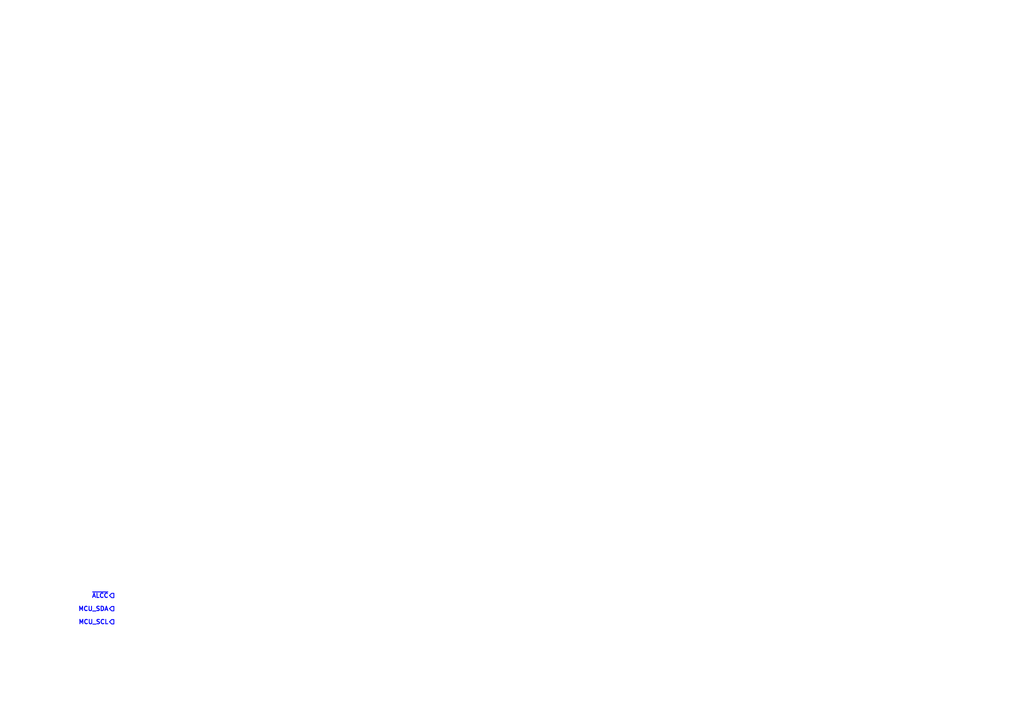
<source format=kicad_sch>
(kicad_sch
	(version 20231120)
	(generator "eeschema")
	(generator_version "8.0")
	(uuid "7e679bb2-9870-4e47-af4f-d782c3537321")
	(paper "A4")
	(title_block
		(title "External Connectors")
		(date "2024-03-18")
		(rev "v1.0")
		(company "HW-Tinkerers")
		(comment 1 "Email: bhandarkasrishtikr111@gmail.com")
		(comment 2 "Author: Srishtik Bhandarkar")
		(comment 3 "Email: vaibhavkhatri00@gmail.com")
		(comment 4 "Author: Vaibhav Khatri")
	)
	(lib_symbols)
	(hierarchical_label "MCU_SDA"
		(shape output)
		(at 33.02 176.53 180)
		(fields_autoplaced yes)
		(effects
			(font
				(size 1.27 1.27)
				(bold yes)
				(color 0 0 255 1)
			)
			(justify right)
		)
		(uuid "24b656d7-5567-452c-8574-85bc5b6baa3b")
	)
	(hierarchical_label "MCU_SCL"
		(shape output)
		(at 33.02 180.34 180)
		(fields_autoplaced yes)
		(effects
			(font
				(size 1.27 1.27)
				(bold yes)
				(color 0 0 255 1)
			)
			(justify right)
		)
		(uuid "63fe3626-f338-4b32-91f0-0856b39a0033")
	)
	(hierarchical_label "~{ALCC}"
		(shape output)
		(at 33.02 172.72 180)
		(fields_autoplaced yes)
		(effects
			(font
				(size 1.27 1.27)
				(bold yes)
				(color 0 0 255 1)
			)
			(justify right)
		)
		(uuid "b8b6f9ea-49d0-4cf0-8176-1c928a9d20eb")
	)
)
</source>
